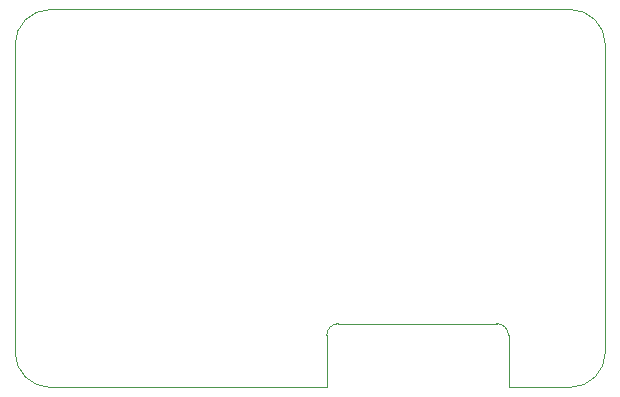
<source format=gbr>
%TF.GenerationSoftware,Altium Limited,Altium Designer,20.1.8 (145)*%
G04 Layer_Color=0*
%FSLAX45Y45*%
%MOMM*%
%TF.SameCoordinates,7C767931-0862-4B48-A7A2-9337087A75ED*%
%TF.FilePolarity,Positive*%
%TF.FileFunction,Profile,NP*%
%TF.Part,Single*%
G01*
G75*
%TA.AperFunction,Profile*%
%ADD76C,0.02540*%
D76*
X0Y300000D02*
G03*
X300000Y0I300000J0D01*
G01*
X300000Y-0D01*
X2639120Y0D01*
Y440000D01*
D02*
G02*
X2739121Y540000I100000J0D01*
G01*
X4079120D01*
D02*
G02*
X4179120Y440000I0J-100000D01*
G01*
Y0D01*
X4699999D01*
Y-0D01*
D02*
G03*
X5000000Y300000I0J300000D01*
G01*
Y2900000D01*
X4999999D01*
D02*
G03*
X4699999Y3200000I-300000J0D01*
G01*
X299610Y3200000D01*
X300000Y3200000D01*
D02*
G03*
X-0Y2900000I0J-300000D01*
G01*
X0D01*
Y300000D01*
%TF.MD5,6a874490724b5953d4a1d51857fe044d*%
M02*

</source>
